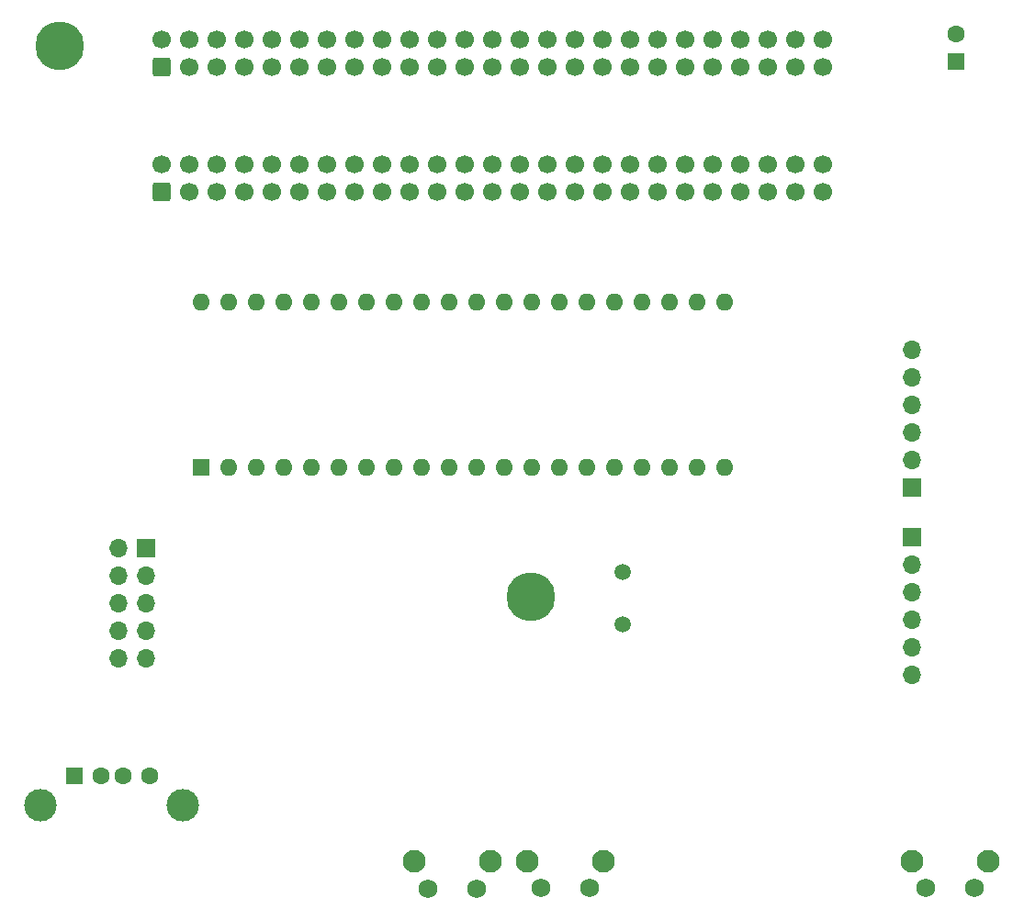
<source format=gbr>
%TF.GenerationSoftware,KiCad,Pcbnew,(6.0.7)*%
%TF.CreationDate,2023-01-02T01:59:54+00:00*%
%TF.ProjectId,CPC464-2MINIUSIFACII,43504334-3634-42d3-924d-494e49555349,rev?*%
%TF.SameCoordinates,Original*%
%TF.FileFunction,Soldermask,Bot*%
%TF.FilePolarity,Negative*%
%FSLAX46Y46*%
G04 Gerber Fmt 4.6, Leading zero omitted, Abs format (unit mm)*
G04 Created by KiCad (PCBNEW (6.0.7)) date 2023-01-02 01:59:54*
%MOMM*%
%LPD*%
G01*
G04 APERTURE LIST*
G04 Aperture macros list*
%AMRoundRect*
0 Rectangle with rounded corners*
0 $1 Rounding radius*
0 $2 $3 $4 $5 $6 $7 $8 $9 X,Y pos of 4 corners*
0 Add a 4 corners polygon primitive as box body*
4,1,4,$2,$3,$4,$5,$6,$7,$8,$9,$2,$3,0*
0 Add four circle primitives for the rounded corners*
1,1,$1+$1,$2,$3*
1,1,$1+$1,$4,$5*
1,1,$1+$1,$6,$7*
1,1,$1+$1,$8,$9*
0 Add four rect primitives between the rounded corners*
20,1,$1+$1,$2,$3,$4,$5,0*
20,1,$1+$1,$4,$5,$6,$7,0*
20,1,$1+$1,$6,$7,$8,$9,0*
20,1,$1+$1,$8,$9,$2,$3,0*%
G04 Aperture macros list end*
%ADD10C,4.500000*%
%ADD11C,2.100000*%
%ADD12C,1.750000*%
%ADD13RoundRect,0.250000X0.600000X-0.600000X0.600000X0.600000X-0.600000X0.600000X-0.600000X-0.600000X0*%
%ADD14C,1.700000*%
%ADD15C,1.500000*%
%ADD16R,1.700000X1.700000*%
%ADD17O,1.700000X1.700000*%
%ADD18R,1.600000X1.600000*%
%ADD19C,1.600000*%
%ADD20R,1.600000X1.500000*%
%ADD21C,3.000000*%
%ADD22O,1.600000X1.600000*%
G04 APERTURE END LIST*
D10*
%TO.C,H7*%
X81706800Y-76779200D03*
%TD*%
D11*
%TO.C,SW1052*%
X88346600Y-101167400D03*
X81336600Y-101167400D03*
D12*
X87096600Y-103657400D03*
X82596600Y-103657400D03*
%TD*%
D13*
%TO.C,CE1050*%
X47675800Y-27889200D03*
D14*
X47675800Y-25349200D03*
X50215800Y-27889200D03*
X50215800Y-25349200D03*
X52755800Y-27889200D03*
X52755800Y-25349200D03*
X55295800Y-27889200D03*
X55295800Y-25349200D03*
X57835800Y-27889200D03*
X57835800Y-25349200D03*
X60375800Y-27889200D03*
X60375800Y-25349200D03*
X62915800Y-27889200D03*
X62915800Y-25349200D03*
X65455800Y-27889200D03*
X65455800Y-25349200D03*
X67995800Y-27889200D03*
X67995800Y-25349200D03*
X70535800Y-27889200D03*
X70535800Y-25349200D03*
X73075800Y-27889200D03*
X73075800Y-25349200D03*
X75615800Y-27889200D03*
X75615800Y-25349200D03*
X78155800Y-27889200D03*
X78155800Y-25349200D03*
X80695800Y-27889200D03*
X80695800Y-25349200D03*
X83235800Y-27889200D03*
X83235800Y-25349200D03*
X85775800Y-27889200D03*
X85775800Y-25349200D03*
X88315800Y-27889200D03*
X88315800Y-25349200D03*
X90855800Y-27889200D03*
X90855800Y-25349200D03*
X93395800Y-27889200D03*
X93395800Y-25349200D03*
X95935800Y-27889200D03*
X95935800Y-25349200D03*
X98475800Y-27889200D03*
X98475800Y-25349200D03*
X101015800Y-27889200D03*
X101015800Y-25349200D03*
X103555800Y-27889200D03*
X103555800Y-25349200D03*
X106095800Y-27889200D03*
X106095800Y-25349200D03*
X108635800Y-27889200D03*
X108635800Y-25349200D03*
%TD*%
D15*
%TO.C,Y1060*%
X90180000Y-74450000D03*
X90180000Y-79330000D03*
%TD*%
D10*
%TO.C,H1*%
X38272800Y-25979200D03*
%TD*%
D16*
%TO.C,J1062*%
X46235000Y-72290000D03*
D17*
X43695000Y-72290000D03*
X46235000Y-74830000D03*
X43695000Y-74830000D03*
X46235000Y-77370000D03*
X43695000Y-77370000D03*
X46235000Y-79910000D03*
X43695000Y-79910000D03*
X46235000Y-82450000D03*
X43695000Y-82450000D03*
%TD*%
D16*
%TO.C,J1050*%
X116815400Y-66675000D03*
D17*
X116815400Y-64135000D03*
X116815400Y-61595000D03*
X116815400Y-59055000D03*
X116815400Y-56515000D03*
X116815400Y-53975000D03*
%TD*%
D11*
%TO.C,SW1050*%
X116871200Y-101167400D03*
X123881200Y-101167400D03*
D12*
X122631200Y-103657400D03*
X118131200Y-103657400D03*
%TD*%
D13*
%TO.C,CE1051*%
X47675800Y-39436700D03*
D14*
X47675800Y-36896700D03*
X50215800Y-39436700D03*
X50215800Y-36896700D03*
X52755800Y-39436700D03*
X52755800Y-36896700D03*
X55295800Y-39436700D03*
X55295800Y-36896700D03*
X57835800Y-39436700D03*
X57835800Y-36896700D03*
X60375800Y-39436700D03*
X60375800Y-36896700D03*
X62915800Y-39436700D03*
X62915800Y-36896700D03*
X65455800Y-39436700D03*
X65455800Y-36896700D03*
X67995800Y-39436700D03*
X67995800Y-36896700D03*
X70535800Y-39436700D03*
X70535800Y-36896700D03*
X73075800Y-39436700D03*
X73075800Y-36896700D03*
X75615800Y-39436700D03*
X75615800Y-36896700D03*
X78155800Y-39436700D03*
X78155800Y-36896700D03*
X80695800Y-39436700D03*
X80695800Y-36896700D03*
X83235800Y-39436700D03*
X83235800Y-36896700D03*
X85775800Y-39436700D03*
X85775800Y-36896700D03*
X88315800Y-39436700D03*
X88315800Y-36896700D03*
X90855800Y-39436700D03*
X90855800Y-36896700D03*
X93395800Y-39436700D03*
X93395800Y-36896700D03*
X95935800Y-39436700D03*
X95935800Y-36896700D03*
X98475800Y-39436700D03*
X98475800Y-36896700D03*
X101015800Y-39436700D03*
X101015800Y-36896700D03*
X103555800Y-39436700D03*
X103555800Y-36896700D03*
X106095800Y-39436700D03*
X106095800Y-36896700D03*
X108635800Y-39436700D03*
X108635800Y-36896700D03*
%TD*%
D18*
%TO.C,C1051*%
X120929400Y-27392000D03*
D19*
X120929400Y-24892000D03*
%TD*%
D20*
%TO.C,J1060*%
X39578400Y-93268200D03*
D19*
X42078400Y-93268200D03*
X44078400Y-93268200D03*
X46578400Y-93268200D03*
D21*
X49648400Y-95978200D03*
X36508400Y-95978200D03*
%TD*%
D16*
%TO.C,J1051*%
X116865400Y-71247000D03*
D17*
X116865400Y-73787000D03*
X116865400Y-76327000D03*
X116865400Y-78867000D03*
X116865400Y-81407000D03*
X116865400Y-83947000D03*
%TD*%
D11*
%TO.C,SW1051*%
X70922600Y-101192800D03*
X77932600Y-101192800D03*
D12*
X76682600Y-103682800D03*
X72182600Y-103682800D03*
%TD*%
D18*
%TO.C,IC1050*%
X51275000Y-64845000D03*
D22*
X53815000Y-64845000D03*
X56355000Y-64845000D03*
X58895000Y-64845000D03*
X61435000Y-64845000D03*
X63975000Y-64845000D03*
X66515000Y-64845000D03*
X69055000Y-64845000D03*
X71595000Y-64845000D03*
X74135000Y-64845000D03*
X76675000Y-64845000D03*
X79215000Y-64845000D03*
X81755000Y-64845000D03*
X84295000Y-64845000D03*
X86835000Y-64845000D03*
X89375000Y-64845000D03*
X91915000Y-64845000D03*
X94455000Y-64845000D03*
X96995000Y-64845000D03*
X99535000Y-64845000D03*
X99535000Y-49605000D03*
X96995000Y-49605000D03*
X94455000Y-49605000D03*
X91915000Y-49605000D03*
X89375000Y-49605000D03*
X86835000Y-49605000D03*
X84295000Y-49605000D03*
X81755000Y-49605000D03*
X79215000Y-49605000D03*
X76675000Y-49605000D03*
X74135000Y-49605000D03*
X71595000Y-49605000D03*
X69055000Y-49605000D03*
X66515000Y-49605000D03*
X63975000Y-49605000D03*
X61435000Y-49605000D03*
X58895000Y-49605000D03*
X56355000Y-49605000D03*
X53815000Y-49605000D03*
X51275000Y-49605000D03*
%TD*%
M02*

</source>
